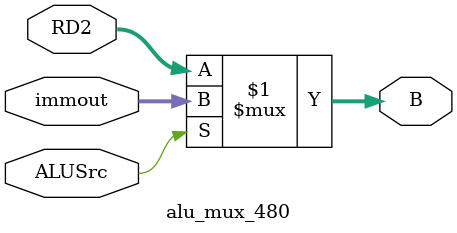
<source format=v>
module alu_mux_480(
    input [31:0] immout,    //立即数的输出时alu的一个输入可能 
    input [31:0] RD2,
    input ALUSrc,
    output [31:0] B
    );
    assign B = (ALUSrc) ? immout : RD2;
endmodule
</source>
